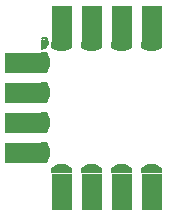
<source format=gbs>
G04 DipTrace 2.4.0.2*
%INECGNCHADCBFR0402.gbs*%
%MOMM*%
%ADD56R,2.082X1.75*%
%ADD57R,1.65X1.75*%
%ADD59R,1.75X2.082*%
%ADD61R,1.75X1.65*%
%FSLAX53Y53*%
G04*
G71*
G90*
G75*
G01*
%LNBotMask*%
%LPD*%
D61*
X18898Y23978D3*
X21438D3*
G36*
X20563Y22703D2*
Y23208D1*
X22313D1*
Y22703D1*
X21769Y22423D1*
X21107D1*
X20563Y22703D1*
G37*
G36*
X18023D2*
Y23208D1*
X19773D1*
Y22703D1*
X19229Y22423D1*
X18567D1*
X18023Y22703D1*
G37*
D59*
X18898Y25248D3*
X21438D3*
D61*
X18898Y11278D3*
X21438D3*
D59*
X18898Y10008D3*
X21438D3*
G36*
X22313Y12553D2*
Y12048D1*
X20563D1*
Y12553D1*
X21107Y12833D1*
X21769D1*
X22313Y12553D1*
G37*
G36*
X19773D2*
Y12053D1*
X18023D1*
Y12553D1*
X18567Y12833D1*
X19229D1*
X19773Y12553D1*
G37*
D57*
X11278Y13818D3*
Y16358D3*
Y18898D3*
Y21438D3*
G36*
X12553Y15483D2*
X12048D1*
Y17233D1*
X12553D1*
X12833Y16689D1*
Y16027D1*
X12553Y15483D1*
G37*
G36*
Y12943D2*
X12048D1*
Y14693D1*
X12553D1*
X12833Y14149D1*
Y13487D1*
X12553Y12943D1*
G37*
G36*
Y20563D2*
X12048D1*
Y22313D1*
X12553D1*
X12833Y21769D1*
Y21107D1*
X12553Y20563D1*
G37*
G36*
Y18023D2*
X12048D1*
Y19773D1*
X12553D1*
X12833Y19229D1*
Y18567D1*
X12553Y18023D1*
G37*
D56*
X10008Y21438D3*
Y18898D3*
Y16358D3*
Y13818D3*
D61*
X16358Y11278D3*
X13818D3*
G36*
X14693Y12553D2*
Y12048D1*
X12943D1*
Y12553D1*
X13487Y12833D1*
X14149D1*
X14693Y12553D1*
G37*
G36*
X17233D2*
Y12048D1*
X15483D1*
Y12553D1*
X16027Y12833D1*
X16689D1*
X17233Y12553D1*
G37*
D59*
X16358Y10008D3*
X13818D3*
D61*
X16358Y23978D3*
X13818D3*
D59*
X16358Y25248D3*
X13818D3*
G36*
X12943Y22703D2*
Y23208D1*
X14693D1*
Y22703D1*
X14149Y22423D1*
X13487D1*
X12943Y22703D1*
G37*
G36*
X15483D2*
Y23203D1*
X17233D1*
Y22703D1*
X16689Y22423D1*
X16027D1*
X15483Y22703D1*
G37*
G36*
X12114Y22538D2*
X12304Y22567D1*
X12451Y22627D1*
X12545Y22703D1*
X12622Y22779D1*
X12685Y22892D1*
X12710Y22957D1*
X12731Y23052D1*
X12741Y23103D1*
X12746Y23185D1*
X12723Y23250D1*
X12685Y23288D1*
X12660Y23314D1*
X12647Y23378D1*
X12652Y23403D1*
X12667Y23454D1*
X12698Y23481D1*
X12616Y23580D1*
X12540Y23530D1*
X12522D1*
X12486Y23619D1*
X12431Y23631D1*
X12329Y23641D1*
X12436Y23389D1*
Y23357D1*
X12428Y23314D1*
X12406Y23304D1*
X12355Y23324D1*
X12291Y23439D1*
X12220Y23611D1*
X12170Y23586D1*
X12115Y23522D1*
X12190Y23332D1*
X12152Y23338D1*
X12114D1*
Y22538D1*
G37*
M02*

</source>
